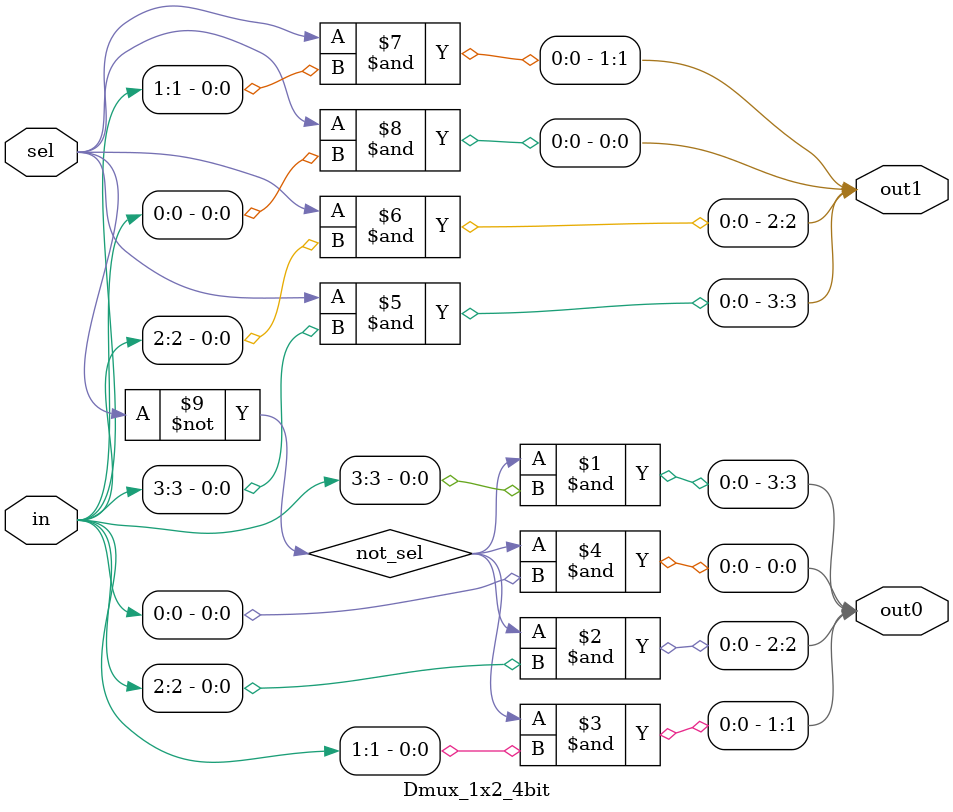
<source format=v>
`timescale 1ns/1ps

module Dmux_1x4_4bit(in, a, b, c, d, sel);
    input [4-1:0] in;
    input [2-1:0] sel;
    output [4-1:0] a, b, c, d;
    wire [3:0] tmp_MSB0, tmp_MSB1;

    Dmux_1x2_4bit Dmux_MSB(in, tmp_MSB0, tmp_MSB1, sel[1]);
    Dmux_1x2_4bit Dmux_LSB0(tmp_MSB0, a, b, sel[0]);
    Dmux_1x2_4bit Dmux_LSB1(tmp_MSB1, c, d, sel[0]);

endmodule

module Dmux_1x2_4bit(in, out0, out1, sel);
    input [3:0] in;
    input sel;
    output [3:0] out0, out1;
    wire not_sel;

    not(not_sel, sel);

    and(out0[3], not_sel, in[3]);
    and(out0[2], not_sel, in[2]);
    and(out0[1], not_sel, in[1]);
    and(out0[0], not_sel, in[0]);

    and(out1[3], sel, in[3]);
    and(out1[2], sel, in[2]);
    and(out1[1], sel, in[1]);
    and(out1[0], sel, in[0]);

endmodule
</source>
